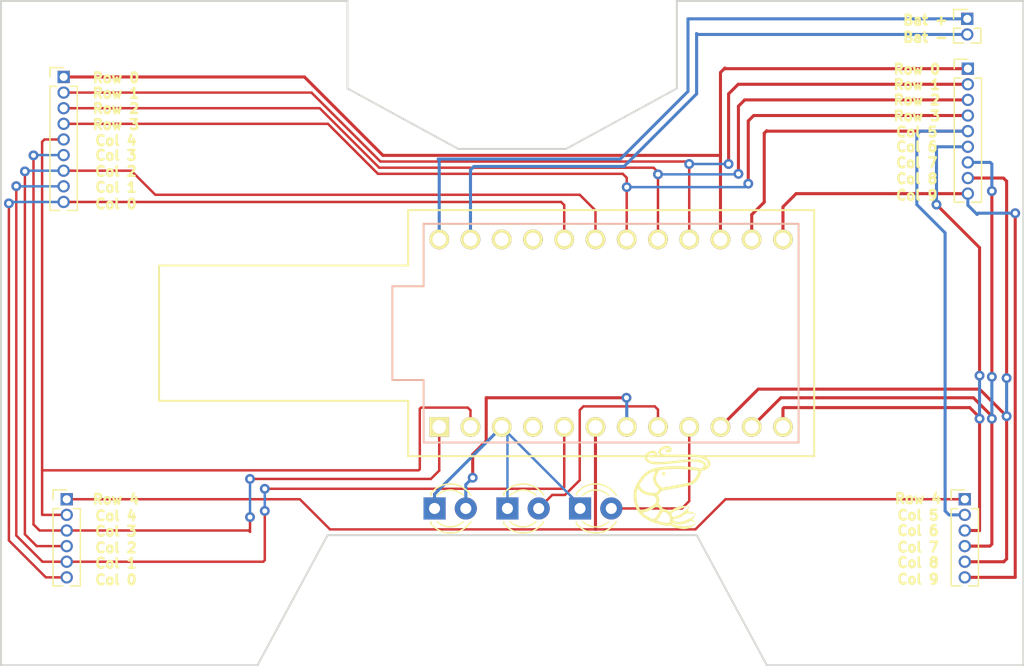
<source format=kicad_pcb>
(kicad_pcb (version 20240108) (generator "pcbnew") (generator_version "8.0")
  (layers (0 "F.Cu" signal) (31 "B.Cu" signal) (34 "B.Paste" user) (35 "F.Paste" user) (36 "B.SilkS" user "B.Silkscreen") (37 "F.SilkS" user "F.Silkscreen") (38 "B.Mask" user) (39 "F.Mask" user) (44 "Edge.Cuts" user))
  (net 0 "")
  (footprint "Connector_PinHeader_1.27mm:PinHeader_1x09_P1.27mm_Vertical" (layer "F.Cu") (at 181.75 81.25)
    (property "Reference" "REF**" (hide yes))
    (property "Value" "PinHeader_1x09_P1.27mm_Vertical" (hide yes))
    (pad "1" thru_hole rect (at 0 0) (size 1 1) (drill 0.65) (layers "*.Cu" "*.Mask"))
    (pad "2" thru_hole oval (at 0 1.27) (size 1 1) (drill 0.65) (layers "*.Cu" "*.Mask"))
    (pad "3" thru_hole oval (at 0 2.54) (size 1 1) (drill 0.65) (layers "*.Cu" "*.Mask"))
    (pad "4" thru_hole oval (at 0 3.81) (size 1 1) (drill 0.65) (layers "*.Cu" "*.Mask"))
    (pad "5" thru_hole oval (at 0 5.08) (size 1 1) (drill 0.65) (layers "*.Cu" "*.Mask"))
    (pad "6" thru_hole oval (at 0 6.35) (size 1 1) (drill 0.65) (layers "*.Cu" "*.Mask"))
    (pad "7" thru_hole oval (at 0 7.62) (size 1 1) (drill 0.65) (layers "*.Cu" "*.Mask"))
    (pad "8" thru_hole oval (at 0 8.89) (size 1 1) (drill 0.65) (layers "*.Cu" "*.Mask"))
    (pad "9" thru_hole oval (at 0 10.16) (size 1 1) (drill 0.65) (layers "*.Cu" "*.Mask"))
  )
  (footprint "prawn:prawn_logo_inverted_10mm" (layer "F.Cu") (at 157.7 115.3)
    (property "Reference" "G***" (hide yes))
    (property "Value" "LOGO" (hide yes))
  )
  (footprint "SW_KEYBOARD:ProMicro" (layer "F.Cu") (at 152.75 102.75)
    (property "Reference" "REF**" (hide yes))
    (property "Value" "ProMicro" (hide yes))
    (pad "1" thru_hole rect (at -13.97 7.62) (size 1.6 1.6) (drill 1.1) (layers "*.Cu" "*.Mask" "F.SilkS"))
    (pad "2" thru_hole circle (at -11.43 7.62) (size 1.6 1.6) (drill 1.1) (layers "*.Cu" "*.Mask" "F.SilkS"))
    (pad "3" thru_hole circle (at -8.89 7.62) (size 1.6 1.6) (drill 1.1) (layers "*.Cu" "*.Mask" "F.SilkS"))
    (pad "4" thru_hole circle (at -6.35 7.62) (size 1.6 1.6) (drill 1.1) (layers "*.Cu" "*.Mask" "F.SilkS"))
    (pad "5" thru_hole circle (at -3.81 7.62) (size 1.6 1.6) (drill 1.1) (layers "*.Cu" "*.Mask" "F.SilkS"))
    (pad "6" thru_hole circle (at -1.27 7.62) (size 1.6 1.6) (drill 1.1) (layers "*.Cu" "*.Mask" "F.SilkS"))
    (pad "7" thru_hole circle (at 1.27 7.62) (size 1.6 1.6) (drill 1.1) (layers "*.Cu" "*.Mask" "F.SilkS"))
    (pad "8" thru_hole circle (at 3.81 7.62) (size 1.6 1.6) (drill 1.1) (layers "*.Cu" "*.Mask" "F.SilkS"))
    (pad "9" thru_hole circle (at 6.35 7.62) (size 1.6 1.6) (drill 1.1) (layers "*.Cu" "*.Mask" "F.SilkS"))
    (pad "10" thru_hole circle (at 8.89 7.62) (size 1.6 1.6) (drill 1.1) (layers "*.Cu" "*.Mask" "F.SilkS"))
    (pad "11" thru_hole circle (at 11.43 7.62) (size 1.6 1.6) (drill 1.1) (layers "*.Cu" "*.Mask" "F.SilkS"))
    (pad "12" thru_hole circle (at 13.97 7.62) (size 1.6 1.6) (drill 1.1) (layers "*.Cu" "*.Mask" "F.SilkS"))
    (pad "13" thru_hole circle (at 13.97 -7.62) (size 1.6 1.6) (drill 1.1) (layers "*.Cu" "*.Mask" "F.SilkS"))
    (pad "14" thru_hole circle (at 11.43 -7.62) (size 1.6 1.6) (drill 1.1) (layers "*.Cu" "*.Mask" "F.SilkS"))
    (pad "15" thru_hole circle (at 8.89 -7.62) (size 1.6 1.6) (drill 1.1) (layers "*.Cu" "*.Mask" "F.SilkS"))
    (pad "16" thru_hole circle (at 6.35 -7.62) (size 1.6 1.6) (drill 1.1) (layers "*.Cu" "*.Mask" "F.SilkS"))
    (pad "17" thru_hole circle (at 3.81 -7.62) (size 1.6 1.6) (drill 1.1) (layers "*.Cu" "*.Mask" "F.SilkS"))
    (pad "18" thru_hole circle (at 1.27 -7.62) (size 1.6 1.6) (drill 1.1) (layers "*.Cu" "*.Mask" "F.SilkS"))
    (pad "19" thru_hole circle (at -1.27 -7.62) (size 1.6 1.6) (drill 1.1) (layers "*.Cu" "*.Mask" "F.SilkS"))
    (pad "20" thru_hole circle (at -3.81 -7.62) (size 1.6 1.6) (drill 1.1) (layers "*.Cu" "*.Mask" "F.SilkS"))
    (pad "21" thru_hole circle (at -6.35 -7.62) (size 1.6 1.6) (drill 1.1) (layers "*.Cu" "*.Mask" "F.SilkS"))
    (pad "22" thru_hole circle (at -8.89 -7.62) (size 1.6 1.6) (drill 1.1) (layers "*.Cu" "*.Mask" "F.SilkS"))
    (pad "23" thru_hole circle (at -11.43 -7.62) (size 1.6 1.6) (drill 1.1) (layers "*.Cu" "*.Mask" "F.SilkS"))
    (pad "24" thru_hole circle (at -13.97 -7.62) (size 1.6 1.6) (drill 1.1) (layers "*.Cu" "*.Mask" "F.SilkS"))
  )
  (footprint "LED_THT:LED_D3.0mm" (layer "F.Cu") (at 138.4 117)
    (property "Reference" "REF**" (hide yes))
    (property "Value" "LED_D3.0mm" (hide yes))
    (pad "1" thru_hole rect (at 0 0) (size 1.8 1.8) (drill 0.9) (layers "*.Cu" "*.Mask"))
    (pad "2" thru_hole circle (at 2.54 0) (size 1.8 1.8) (drill 0.9) (layers "*.Cu" "*.Mask"))
  )
  (footprint "Connector_PinHeader_1.27mm:PinHeader_1x06_P1.27mm_Vertical" (layer "F.Cu") (at 181.5 116.25)
    (property "Reference" "REF**" (hide yes))
    (property "Value" "PinHeader_1x06_P1.27mm_Vertical" (hide yes))
    (pad "1" thru_hole rect (at 0 0) (size 1 1) (drill 0.65) (layers "*.Cu" "*.Mask"))
    (pad "2" thru_hole oval (at 0 1.27) (size 1 1) (drill 0.65) (layers "*.Cu" "*.Mask"))
    (pad "3" thru_hole oval (at 0 2.54) (size 1 1) (drill 0.65) (layers "*.Cu" "*.Mask"))
    (pad "4" thru_hole oval (at 0 3.81) (size 1 1) (drill 0.65) (layers "*.Cu" "*.Mask"))
    (pad "5" thru_hole oval (at 0 5.08) (size 1 1) (drill 0.65) (layers "*.Cu" "*.Mask"))
    (pad "6" thru_hole oval (at 0 6.35) (size 1 1) (drill 0.65) (layers "*.Cu" "*.Mask"))
  )
  (footprint "Connector_PinHeader_1.27mm:PinHeader_1x06_P1.27mm_Vertical" (layer "F.Cu") (at 108.5 116.25)
    (property "Reference" "REF**" (hide yes))
    (property "Value" "PinHeader_1x06_P1.27mm_Vertical" (hide yes))
    (pad "1" thru_hole rect (at 0 0) (size 1 1) (drill 0.65) (layers "*.Cu" "*.Mask"))
    (pad "2" thru_hole oval (at 0 1.27) (size 1 1) (drill 0.65) (layers "*.Cu" "*.Mask"))
    (pad "3" thru_hole oval (at 0 2.54) (size 1 1) (drill 0.65) (layers "*.Cu" "*.Mask"))
    (pad "4" thru_hole oval (at 0 3.81) (size 1 1) (drill 0.65) (layers "*.Cu" "*.Mask"))
    (pad "5" thru_hole oval (at 0 5.08) (size 1 1) (drill 0.65) (layers "*.Cu" "*.Mask"))
    (pad "6" thru_hole oval (at 0 6.35) (size 1 1) (drill 0.65) (layers "*.Cu" "*.Mask"))
  )
  (footprint "Connector_PinHeader_1.27mm:PinHeader_1x02_P1.27mm_Vertical" (layer "F.Cu") (at 181.7 77.2)
    (property "Reference" "REF**" (hide yes))
    (property "Value" "PinHeader_1x02_P1.27mm_Vertical" (hide yes))
    (pad "1" thru_hole rect (at 0 0) (size 1 1) (drill 0.65) (layers "*.Cu" "*.Mask"))
    (pad "2" thru_hole oval (at 0 1.27) (size 1 1) (drill 0.65) (layers "*.Cu" "*.Mask"))
  )
  (footprint "LED_THT:LED_D3.0mm" (layer "F.Cu") (at 150.225 117)
    (property "Reference" "REF**" (hide yes))
    (property "Value" "LED_D3.0mm" (hide yes))
    (pad "1" thru_hole rect (at 0 0) (size 1.8 1.8) (drill 0.9) (layers "*.Cu" "*.Mask"))
    (pad "2" thru_hole circle (at 2.54 0) (size 1.8 1.8) (drill 0.9) (layers "*.Cu" "*.Mask"))
  )
  (footprint "LED_THT:LED_D3.0mm" (layer "F.Cu") (at 144.325 117)
    (property "Reference" "REF**" (hide yes))
    (property "Value" "LED_D3.0mm" (hide yes))
    (pad "1" thru_hole rect (at 0 0) (size 1.8 1.8) (drill 0.9) (layers "*.Cu" "*.Mask"))
    (pad "2" thru_hole circle (at 2.54 0) (size 1.8 1.8) (drill 0.9) (layers "*.Cu" "*.Mask"))
  )
  (footprint "Connector_PinHeader_1.27mm:PinHeader_1x09_P1.27mm_Vertical" (layer "F.Cu") (at 108.25 81.925)
    (property "Reference" "REF**" (hide yes))
    (property "Value" "PinHeader_1x09_P1.27mm_Vertical" (hide yes))
    (pad "1" thru_hole rect (at 0 0) (size 1 1) (drill 0.65) (layers "*.Cu" "*.Mask"))
    (pad "2" thru_hole oval (at 0 1.27) (size 1 1) (drill 0.65) (layers "*.Cu" "*.Mask"))
    (pad "3" thru_hole oval (at 0 2.54) (size 1 1) (drill 0.65) (layers "*.Cu" "*.Mask"))
    (pad "4" thru_hole oval (at 0 3.81) (size 1 1) (drill 0.65) (layers "*.Cu" "*.Mask"))
    (pad "5" thru_hole oval (at 0 5.08) (size 1 1) (drill 0.65) (layers "*.Cu" "*.Mask"))
    (pad "6" thru_hole oval (at 0 6.35) (size 1 1) (drill 0.65) (layers "*.Cu" "*.Mask"))
    (pad "7" thru_hole oval (at 0 7.62) (size 1 1) (drill 0.65) (layers "*.Cu" "*.Mask"))
    (pad "8" thru_hole oval (at 0 8.89) (size 1 1) (drill 0.65) (layers "*.Cu" "*.Mask"))
    (pad "9" thru_hole oval (at 0 10.16) (size 1 1) (drill 0.65) (layers "*.Cu" "*.Mask"))
  )
  (gr_line (start 136.256793 112.749954) (end 136.256819 108.249557) (stroke (width 0.16)) (layer "F.SilkS"))
  (gr_line (start 116.006847 108.249557) (end 136.256819 108.249557) (stroke (width 0.16)) (layer "F.SilkS"))
  (gr_line (start 169.256793 112.749954) (end 169.256793 92.749954) (stroke (width 0.16)) (layer "F.SilkS"))
  (gr_line (start 169.256793 92.749954) (end 136.256793 92.749954) (stroke (width 0.16)) (layer "F.SilkS"))
  (gr_line (start 116.006847 108.249557) (end 116.006847 97.249557) (stroke (width 0.16)) (layer "F.SilkS"))
  (gr_line (start 136.256793 97.249557) (end 136.256793 92.749954) (stroke (width 0.16)) (layer "F.SilkS"))
  (gr_line (start 136.256793 112.749954) (end 169.256793 112.749954) (stroke (width 0.16)) (layer "F.SilkS"))
  (gr_line (start 116.006847 97.249557) (end 136.256793 97.249557) (stroke (width 0.16)) (layer "F.SilkS"))
  (gr_line (start 165.413154 129.749123) (end 159.706847 119.170876) (stroke (width 0.16)) (layer "Edge.Cuts"))
  (gr_line (start 140.319497 87.770876) (end 149.094197 87.770876) (stroke (width 0.16)) (layer "Edge.Cuts"))
  (gr_line (start 158.093791 82.859279) (end 158.093791 75.749123) (stroke (width 0.16)) (layer "Edge.Cuts"))
  (gr_line (start 129.706847 119.170876) (end 124.00054 129.749123) (stroke (width 0.16)) (layer "Edge.Cuts"))
  (gr_line (start 124.00054 129.749123) (end 103.156847 129.749123) (stroke (width 0.16)) (layer "Edge.Cuts"))
  (gr_line (start 131.319903 75.749123) (end 103.156847 75.749123) (stroke (width 0.16)) (layer "Edge.Cuts"))
  (gr_line (start 131.319903 82.859279) (end 140.319497 87.770876) (stroke (width 0.16)) (layer "Edge.Cuts"))
  (gr_line (start 186.256847 129.749123) (end 165.413154 129.749123) (stroke (width 0.16)) (layer "Edge.Cuts"))
  (gr_line (start 158.093791 75.749123) (end 186.256847 75.749123) (stroke (width 0.16)) (layer "Edge.Cuts"))
  (gr_line (start 186.256847 75.749123) (end 186.256847 129.749123) (stroke (width 0.16)) (layer "Edge.Cuts"))
  (gr_line (start 149.094197 87.770876) (end 158.093791 82.859279) (stroke (width 0.16)) (layer "Edge.Cuts"))
  (gr_line (start 159.706847 119.170876) (end 129.706847 119.170876) (stroke (width 0.16)) (layer "Edge.Cuts"))
  (gr_line (start 131.319903 82.859279) (end 131.319903 75.749123) (stroke (width 0.16)) (layer "Edge.Cuts"))
  (gr_line (start 103.156847 129.749123) (end 103.156847 75.749123) (stroke (width 0.16)) (layer "Edge.Cuts"))
  (gr_text "Col 1" (at 112.5 121.45 0) (layer "F.SilkS") (effects (font (size 0.8 0.8) (thickness 0.2))))
  (gr_text "Col 4\n" (at 112.5 87.1 0) (layer "F.SilkS") (effects (font (size 0.8 0.8) (thickness 0.2))))
  (gr_text "Col 4" (at 112.5 117.6 0) (layer "F.SilkS") (effects (font (size 0.8 0.8) (thickness 0.2))))
  (gr_text "Row 2" (at 177.6 83.8 0) (layer "F.SilkS") (effects (font (size 0.8 0.8) (thickness 0.2))))
  (gr_text "Col 2" (at 112.5 89.6 0) (layer "F.SilkS") (effects (font (size 0.8 0.8) (thickness 0.2))))
  (gr_text "Col 8" (at 177.6 90.2 0) (layer "F.SilkS") (effects (font (size 0.8 0.8) (thickness 0.2))))
  (gr_text "Row 1" (at 177.6 82.55 0) (layer "F.SilkS") (effects (font (size 0.8 0.8) (thickness 0.2))))
  (gr_text "Row 2" (at 112.5 84.5 0) (layer "F.SilkS") (effects (font (size 0.8 0.8) (thickness 0.2))))
  (gr_text "Row 3" (at 177.6 85.1 0) (layer "F.SilkS") (effects (font (size 0.8 0.8) (thickness 0.2))))
  (gr_text "Row 0" (at 112.5 82 0) (layer "F.SilkS") (effects (font (size 0.8 0.8) (thickness 0.2))))
  (gr_text "Row 4" (at 112.5 116.25 0) (layer "F.SilkS") (effects (font (size 0.8 0.8) (thickness 0.2))))
  (gr_text "Col 3" (at 112.5 88.3 0) (layer "F.SilkS") (effects (font (size 0.8 0.8) (thickness 0.2))))
  (gr_text "Row 0" (at 177.6 81.3 0) (layer "F.SilkS") (effects (font (size 0.8 0.8) (thickness 0.2))))
  (gr_text "Col 7" (at 177.7 120.15 0) (layer "F.SilkS") (effects (font (size 0.8 0.8) (thickness 0.2))))
  (gr_text "Col 5\n" (at 177.6 86.4 0) (layer "F.SilkS") (effects (font (size 0.8 0.8) (thickness 0.2))))
  (gr_text "Col 0" (at 112.5 122.8 0) (layer "F.SilkS") (effects (font (size 0.8 0.8) (thickness 0.2))))
  (gr_text "Col 6" (at 177.7 118.8 0) (layer "F.SilkS") (effects (font (size 0.8 0.8) (thickness 0.2))))
  (gr_text "Col 7" (at 177.6 88.9 0) (layer "F.SilkS") (effects (font (size 0.8 0.8) (thickness 0.2))))
  (gr_text "Row 3" (at 112.5 85.8 0) (layer "F.SilkS") (effects (font (size 0.8 0.8) (thickness 0.2))))
  (gr_text "Col 1" (at 112.5 90.9 0) (layer "F.SilkS") (effects (font (size 0.8 0.8) (thickness 0.2))))
  (gr_text "Col 8" (at 177.7 121.4 0) (layer "F.SilkS") (effects (font (size 0.8 0.8) (thickness 0.2))))
  (gr_text "Bat +" (at 178.3 77.3 0) (layer "F.SilkS") (effects (font (size 0.8 0.8) (thickness 0.2))))
  (gr_text "Col 5" (at 177.7 117.55 0) (layer "F.SilkS") (effects (font (size 0.8 0.8) (thickness 0.2))))
  (gr_text "Bat -" (at 178.3 78.7 0) (layer "F.SilkS") (effects (font (size 0.8 0.8) (thickness 0.2))))
  (gr_text "Row 1" (at 112.5 83.25 0) (layer "F.SilkS") (effects (font (size 0.8 0.8) (thickness 0.2))))
  (gr_text "Col 0" (at 112.5 92.25 0) (layer "F.SilkS") (effects (font (size 0.8 0.8) (thickness 0.2))))
  (gr_text "Col 6" (at 177.6 87.6 0) (layer "F.SilkS") (effects (font (size 0.8 0.8) (thickness 0.2))))
  (gr_text "Col 9" (at 177.6 91.55 0) (layer "F.SilkS") (effects (font (size 0.8 0.8) (thickness 0.2))))
  (gr_text "Col 9" (at 177.7 122.75 0) (layer "F.SilkS") (effects (font (size 0.8 0.8) (thickness 0.2))))
  (gr_text "Row 4" (at 177.7 116.2 0) (layer "F.SilkS") (effects (font (size 0.8 0.8) (thickness 0.2))))
  (gr_text "Col 3" (at 112.5 118.85 0) (layer "F.SilkS") (effects (font (size 0.8 0.8) (thickness 0.2))))
  (gr_text "Col 2" (at 112.5 120.2 0) (layer "F.SilkS") (effects (font (size 0.8 0.8) (thickness 0.2))))
  (segment (start 106.53 121.33) (end 104.5 119.3) (width 0.2) (layer "F.Cu") (net 0))
  (segment (start 127.825 81.925) (end 108.25 81.925) (width 0.25) (layer "F.Cu") (net 0))
  (segment (start 108.5 117.52) (end 106.52 117.52) (width 0.2) (layer "F.Cu") (net 0))
  (segment (start 141.1 108.8) (end 141.32 109.02) (width 0.2) (layer "F.Cu") (net 0))
  (segment (start 150.2 109) (end 150.5 108.7) (width 0.2) (layer "F.Cu") (net 0))
  (segment (start 108.5 121.33) (end 106.53 121.33) (width 0.2) (layer "F.Cu") (net 0))
  (segment (start 141.32 109.02) (end 141.32 110.37) (width 0.2) (layer "F.Cu") (net 0))
  (segment (start 150.2 91.5) (end 151.48 92.78) (width 0.2) (layer "F.Cu") (net 0))
  (segment (start 106.29 118.79) (end 106.2 118.7) (width 0.2) (layer "F.Cu") (net 0))
  (segment (start 181.75 82.52) (end 163.08 82.52) (width 0.25) (layer "F.Cu") (net 0))
  (segment (start 183.7 109.5) (end 183.7 109.7) (width 0.25) (layer "F.Cu") (net 0))
  (segment (start 183.7 119.9) (end 183.54 120.06) (width 0.25) (layer "F.Cu") (net 0))
  (segment (start 182.69 118.79) (end 182.7 118.8) (width 0.25) (layer "F.Cu") (net 0))
  (segment (start 134.2 88.3) (end 127.825 81.925) (width 0.25) (layer "F.Cu") (net 0))
  (segment (start 137.1 113.9) (end 137.2 113.8) (width 0.2) (layer "F.Cu") (net 0))
  (segment (start 166.72 92.48) (end 166.72 95.13) (width 0.25) (layer "F.Cu") (net 0))
  (segment (start 164.34 85.06) (end 163.9 85.5) (width 0.25) (layer "F.Cu") (net 0))
  (segment (start 148.8 115.4) (end 148.94 115.26) (width 0.2) (layer "F.Cu") (net 0))
  (segment (start 181.75 81.25) (end 162.05 81.25) (width 0.25) (layer "F.Cu") (net 0))
  (segment (start 184.9 109.5) (end 184.9 121.1) (width 0.25) (layer "F.Cu") (net 0))
  (segment (start 161.64 88.34) (end 161.6 88.3) (width 0.25) (layer "F.Cu") (net 0))
  (segment (start 137.3 108.8) (end 141.1 108.8) (width 0.2) (layer "F.Cu") (net 0))
  (segment (start 148.685 92.085) (end 148.94 92.34) (width 0.2) (layer "F.Cu") (net 0))
  (segment (start 162.05 81.25) (end 162 81.2) (width 0.25) (layer "F.Cu") (net 0))
  (segment (start 129.065 84.465) (end 133.9 89.3) (width 0.2) (layer "F.Cu") (net 0))
  (segment (start 105.4 119.4) (end 105.1 119.1) (width 0.2) (layer "F.Cu") (net 0))
  (segment (start 104.5 119.3) (end 104.4 119.2) (width 0.2) (layer "F.Cu") (net 0))
  (segment (start 106.8 122.6) (end 103.8 119.6) (width 0.2) (layer "F.Cu") (net 0))
  (segment (start 165.43 86.33) (end 165.4 86.3) (width 0.25) (layer "F.Cu") (net 0))
  (segment (start 162.3 83.3) (end 162.3 89) (width 0.25) (layer "F.Cu") (net 0))
  (segment (start 108.25 85.735) (end 129.735 85.735) (width 0.2) (layer "F.Cu") (net 0))
  (segment (start 148.94 92.34) (end 148.94 95.13) (width 0.2) (layer "F.Cu") (net 0))
  (segment (start 138.1 114.6) (end 138.78 113.92) (width 0.2) (layer "F.Cu") (net 0))
  (segment (start 137.2 113.8) (end 137.2 108.9) (width 0.2) (layer "F.Cu") (net 0))
  (segment (start 167.79 91.41) (end 166.72 92.48) (width 0.25) (layer "F.Cu") (net 0))
  (segment (start 123.29 118.79) (end 123.4 118.9) (width 0.2) (layer "F.Cu") (net 0))
  (segment (start 161.64 110.37) (end 164.71 107.3) (width 0.25) (layer "F.Cu") (net 0))
  (segment (start 184.9 121.1) (end 184.67 121.33) (width 0.25) (layer "F.Cu") (net 0))
  (segment (start 129.735 85.735) (end 133.8 89.8) (width 0.2) (layer "F.Cu") (net 0))
  (segment (start 181.5 118.79) (end 182.69 118.79) (width 0.25) (layer "F.Cu") (net 0))
  (segment (start 166.72 108.88) (end 166.72 110.37) (width 0.25) (layer "F.Cu") (net 0))
  (segment (start 182.7 106.2) (end 182.7 95.8) (width 0.25) (layer "F.Cu") (net 0))
  (segment (start 182.7 95.8) (end 179.2 92.3) (width 0.25) (layer "F.Cu") (net 0))
  (segment (start 127.45 116.25) (end 129.9 118.7) (width 0.2) (layer "F.Cu") (net 0))
  (segment (start 106.52 117.52) (end 106.5 117.5) (width 0.2) (layer "F.Cu") (net 0))
  (segment (start 182.7 118.8) (end 182.7 109.7) (width 0.25) (layer "F.Cu") (net 0))
  (segment (start 166.55 108) (end 182.2 108) (width 0.25) (layer "F.Cu") (net 0))
  (segment (start 159.1 89) (end 159.1 95.13) (width 0.2) (layer "F.Cu") (net 0))
  (segment (start 113.745 89.545) (end 115.7 91.5) (width 0.2) (layer "F.Cu") (net 0))
  (segment (start 138.78 113.92) (end 138.78 110.37) (width 0.2) (layer "F.Cu") (net 0))
  (segment (start 124.6 115.4) (end 148.8 115.4) (width 0.2) (layer "F.Cu") (net 0))
  (segment (start 108.5 122.6) (end 106.8 122.6) (width 0.2) (layer "F.Cu") (net 0))
  (segment (start 106.06 120.06) (end 105.4 119.4) (width 0.2) (layer "F.Cu") (net 0))
  (segment (start 163.1 84.3) (end 163.1 89.8) (width 0.25) (layer "F.Cu") (net 0))
  (segment (start 133.9 89.3) (end 156.2 89.3) (width 0.2) (layer "F.Cu") (net 0))
  (segment (start 134 88.8) (end 158.9 88.8) (width 0.2) (layer "F.Cu") (net 0))
  (segment (start 164.71 107.3) (end 182.7 107.3) (width 0.25) (layer "F.Cu") (net 0))
  (segment (start 104.4 119.2) (end 104.4 90.8) (width 0.2) (layer "F.Cu") (net 0))
  (segment (start 182.7 109.6) (end 181.9 108.8) (width 0.25) (layer "F.Cu") (net 0))
  (segment (start 141.5 114.5) (end 141.5 112.6) (width 0.25) (layer "F.Cu") (net 0))
  (segment (start 133.8 89.8) (end 153.7 89.8) (width 0.2) (layer "F.Cu") (net 0))
  (segment (start 165.2 86.5) (end 165.2 92.1) (width 0.25) (layer "F.Cu") (net 0))
  (segment (start 154.02 90.88) (end 154.02 95.13) (width 0.2) (layer "F.Cu") (net 0))
  (segment (start 150.2 114.7) (end 150.2 109) (width 0.2) (layer "F.Cu") (net 0))
  (segment (start 129.9 118.7) (end 151.5 118.7) (width 0.2) (layer "F.Cu") (net 0))
  (segment (start 108.5 116.25) (end 127.45 116.25) (width 0.2) (layer "F.Cu") (net 0))
  (segment (start 106.5 117.5) (end 106.5 113.9) (width 0.2) (layer "F.Cu") (net 0))
  (segment (start 108.25 89.545) (end 113.745 89.545) (width 0.2) (layer "F.Cu") (net 0))
  (segment (start 137.2 108.9) (end 137.3 108.8) (width 0.2) (layer "F.Cu") (net 0))
  (segment (start 182.7 109.7) (end 182.7 109.6) (width 0.25) (layer "F.Cu") (net 0))
  (segment (start 162.05 116.25) (end 181.5 116.25) (width 0.2) (layer "F.Cu") (net 0))
  (segment (start 151.48 118.68) (end 151.5 118.7) (width 0.25) (layer "F.Cu") (net 0))
  (segment (start 123.4 114.6) (end 138.1 114.6) (width 0.2) (layer "F.Cu") (net 0))
  (segment (start 158.5 117) (end 159.1 116.4) (width 0.2) (layer "F.Cu") (net 0))
  (segment (start 184.67 121.33) (end 181.5 121.33) (width 0.25) (layer "F.Cu") (net 0))
  (segment (start 106.5 87.2) (end 106.695 87.005) (width 0.2) (layer "F.Cu") (net 0))
  (segment (start 181.75 86.33) (end 165.43 86.33) (width 0.25) (layer "F.Cu") (net 0))
  (segment (start 154.02 90.12) (end 154.02 90.88) (width 0.2) (layer "F.Cu") (net 0))
  (segment (start 181.75 85.06) (end 164.34 85.06) (width 0.25) (layer "F.Cu") (net 0))
  (segment (start 165.2 92.1) (end 164.18 93.12) (width 0.25) (layer "F.Cu") (net 0))
  (segment (start 141.5 112.6) (end 142.6 111.5) (width 0.25) (layer "F.Cu") (net 0))
  (segment (start 153.7 89.8) (end 154.02 90.12) (width 0.2) (layer "F.Cu") (net 0))
  (segment (start 115.7 91.5) (end 150.2 91.5) (width 0.2) (layer "F.Cu") (net 0))
  (segment (start 106.695 87.005) (end 108.25 87.005) (width 0.2) (layer "F.Cu") (net 0))
  (segment (start 142.6 108) (end 154 108) (width 0.25) (layer "F.Cu") (net 0))
  (segment (start 163.61 83.79) (end 163.1 84.3) (width 0.25) (layer "F.Cu") (net 0))
  (segment (start 184.64 90.14) (end 181.75 90.14) (width 0.25) (layer "F.Cu") (net 0))
  (segment (start 156.56 108.96) (end 156.56 110.37) (width 0.2) (layer "F.Cu") (net 0))
  (segment (start 108.5 120.06) (end 106.06 120.06) (width 0.2) (layer "F.Cu") (net 0))
  (segment (start 108.25 83.195) (end 128.395 83.195) (width 0.2) (layer "F.Cu") (net 0))
  (segment (start 108.5 121.33) (end 124.47 121.33) (width 0.2) (layer "F.Cu") (net 0))
  (segment (start 183.54 120.06) (end 181.5 120.06) (width 0.25) (layer "F.Cu") (net 0))
  (segment (start 150.5 108.7) (end 156.3 108.7) (width 0.2) (layer "F.Cu") (net 0))
  (segment (start 182.2 108) (end 183.7 109.5) (width 0.25) (layer "F.Cu") (net 0))
  (segment (start 148.94 115.26) (end 148.94 110.37) (width 0.2) (layer "F.Cu") (net 0))
  (segment (start 184.9 90.4) (end 184.64 90.14) (width 0.25) (layer "F.Cu") (net 0))
  (segment (start 149 115.9) (end 150.2 114.7) (width 0.2) (layer "F.Cu") (net 0))
  (segment (start 159.6 118.7) (end 162.05 116.25) (width 0.2) (layer "F.Cu") (net 0))
  (segment (start 108.5 118.79) (end 123.29 118.79) (width 0.2) (layer "F.Cu") (net 0))
  (segment (start 184.9 106.4) (end 184.9 90.4) (width 0.25) (layer "F.Cu") (net 0))
  (segment (start 106.2 118.7) (end 105.8 118.3) (width 0.2) (layer "F.Cu") (net 0))
  (segment (start 103.8 119.6) (end 103.8 92.2) (width 0.2) (layer "F.Cu") (net 0))
  (segment (start 183.7 106.3) (end 183.7 91.2) (width 0.25) (layer "F.Cu") (net 0))
  (segment (start 105.8 118.3) (end 105.8 88.3) (width 0.2) (layer "F.Cu") (net 0))
  (segment (start 152.765 117) (end 158.5 117) (width 0.2) (layer "F.Cu") (net 0))
  (segment (start 159.1 116.4) (end 159.1 110.37) (width 0.2) (layer "F.Cu") (net 0))
  (segment (start 156.3 108.7) (end 156.56 108.96) (width 0.2) (layer "F.Cu") (net 0))
  (segment (start 128.395 83.195) (end 134 88.8) (width 0.2) (layer "F.Cu") (net 0))
  (segment (start 181.5 122.6) (end 185.6 122.6) (width 0.25) (layer "F.Cu") (net 0))
  (segment (start 156.56 89.84) (end 156.56 95.13) (width 0.2) (layer "F.Cu") (net 0))
  (segment (start 156.56 89.66) (end 156.56 89.84) (width 0.2) (layer "F.Cu") (net 0))
  (segment (start 105.1 119.1) (end 105.1 89.6) (width 0.2) (layer "F.Cu") (net 0))
  (segment (start 163.9 85.5) (end 163.9 90.6) (width 0.25) (layer "F.Cu") (net 0))
  (segment (start 161.64 81.56) (end 161.64 88.34) (width 0.25) (layer "F.Cu") (net 0))
  (segment (start 123.4 118.9) (end 123.4 117.7) (width 0.2) (layer "F.Cu") (net 0))
  (segment (start 142.6 111.5) (end 142.6 108) (width 0.25) (layer "F.Cu") (net 0))
  (segment (start 183.7 109.7) (end 183.7 119.9) (width 0.25) (layer "F.Cu") (net 0))
  (segment (start 166.8 108.8) (end 166.72 108.88) (width 0.25) (layer "F.Cu") (net 0))
  (segment (start 108.5 118.79) (end 106.29 118.79) (width 0.2) (layer "F.Cu") (net 0))
  (segment (start 164.18 110.37) (end 166.55 108) (width 0.25) (layer "F.Cu") (net 0))
  (segment (start 108.25 84.465) (end 129.065 84.465) (width 0.2) (layer "F.Cu") (net 0))
  (segment (start 182.7 107.3) (end 184.9 109.5) (width 0.25) (layer "F.Cu") (net 0))
  (segment (start 162 81.2) (end 161.64 81.56) (width 0.25) (layer "F.Cu") (net 0))
  (segment (start 147.965 115.9) (end 149 115.9) (width 0.2) (layer "F.Cu") (net 0))
  (segment (start 181.75 83.79) (end 163.61 83.79) (width 0.25) (layer "F.Cu") (net 0))
  (segment (start 161.64 95.13) (end 161.64 88.34) (width 0.25) (layer "F.Cu") (net 0))
  (segment (start 164.18 93.12) (end 164.18 95.13) (width 0.25) (layer "F.Cu") (net 0))
  (segment (start 158.9 88.8) (end 159.1 89) (width 0.2) (layer "F.Cu") (net 0))
  (segment (start 165.4 86.3) (end 165.2 86.5) (width 0.25) (layer "F.Cu") (net 0))
  (segment (start 151.48 92.78) (end 151.48 95.13) (width 0.2) (layer "F.Cu") (net 0))
  (segment (start 106.5 113.9) (end 106.5 87.2) (width 0.2) (layer "F.Cu") (net 0))
  (segment (start 181.75 91.41) (end 167.79 91.41) (width 0.25) (layer "F.Cu") (net 0))
  (segment (start 124.47 121.33) (end 124.6 121.2) (width 0.2) (layer "F.Cu") (net 0))
  (segment (start 151.5 118.7) (end 159.6 118.7) (width 0.2) (layer "F.Cu") (net 0))
  (segment (start 151.48 110.37) (end 151.48 118.68) (width 0.25) (layer "F.Cu") (net 0))
  (segment (start 163.08 82.52) (end 162.3 83.3) (width 0.25) (layer "F.Cu") (net 0))
  (segment (start 156.2 89.3) (end 156.56 89.66) (width 0.2) (layer "F.Cu") (net 0))
  (segment (start 106.5 113.9) (end 137.1 113.9) (width 0.2) (layer "F.Cu") (net 0))
  (segment (start 161.6 88.3) (end 134.2 88.3) (width 0.25) (layer "F.Cu") (net 0))
  (segment (start 108.25 92.085) (end 148.685 92.085) (width 0.2) (layer "F.Cu") (net 0))
  (segment (start 124.6 121.2) (end 124.6 117.2) (width 0.2) (layer "F.Cu") (net 0))
  (segment (start 185.6 122.6) (end 185.6 93) (width 0.25) (layer "F.Cu") (net 0))
  (segment (start 181.9 108.8) (end 166.8 108.8) (width 0.25) (layer "F.Cu") (net 0))
  (segment (start 146.865 117) (end 147.965 115.9) (width 0.2) (layer "F.Cu") (net 0))
  (via (at 184.9 109.5) (size 0.8) (drill 0.4) (layers "F.Cu" "B.Cu") (net 0))
  (via (at 103.8 92.2) (size 0.8) (drill 0.4) (layers "F.Cu" "B.Cu") (net 0))
  (via (at 182.7 109.7) (size 0.8) (drill 0.4) (layers "F.Cu" "B.Cu") (net 0))
  (via (at 105.1 89.6) (size 0.8) (drill 0.4) (layers "F.Cu" "B.Cu") (net 0))
  (via (at 163.9 90.6) (size 0.8) (drill 0.4) (layers "F.Cu" "B.Cu") (net 0))
  (via (at 124.6 115.4) (size 0.8) (drill 0.4) (layers "F.Cu" "B.Cu") (net 0))
  (via (at 183.7 106.3) (size 0.8) (drill 0.4) (layers "F.Cu" "B.Cu") (net 0))
  (via (at 123.4 114.6) (size 0.8) (drill 0.4) (layers "F.Cu" "B.Cu") (net 0))
  (via (at 183.7 109.7) (size 0.8) (drill 0.4) (layers "F.Cu" "B.Cu") (net 0))
  (via (at 124.6 117.2) (size 0.8) (drill 0.4) (layers "F.Cu" "B.Cu") (net 0))
  (via (at 182.7 106.2) (size 0.8) (drill 0.4) (layers "F.Cu" "B.Cu") (net 0))
  (via (at 183.7 91.2) (size 0.8) (drill 0.4) (layers "F.Cu" "B.Cu") (net 0))
  (via (at 179.2 92.3) (size 0.8) (drill 0.4) (layers "F.Cu" "B.Cu") (net 0))
  (via (at 163.1 89.8) (size 0.8) (drill 0.4) (layers "F.Cu" "B.Cu") (net 0))
  (via (at 159.1 89) (size 0.8) (drill 0.4) (layers "F.Cu" "B.Cu") (net 0))
  (via (at 184.9 106.4) (size 0.8) (drill 0.4) (layers "F.Cu" "B.Cu") (net 0))
  (via (at 154.02 90.88) (size 0.8) (drill 0.4) (layers "F.Cu" "B.Cu") (net 0))
  (via (at 123.4 117.7) (size 0.8) (drill 0.4) (layers "F.Cu" "B.Cu") (net 0))
  (via (at 105.8 88.3) (size 0.8) (drill 0.4) (layers "F.Cu" "B.Cu") (net 0))
  (via (at 156.56 89.84) (size 0.8) (drill 0.4) (layers "F.Cu" "B.Cu") (net 0))
  (via (at 104.4 90.8) (size 0.8) (drill 0.4) (layers "F.Cu" "B.Cu") (net 0))
  (via (at 185.6 93) (size 0.8) (drill 0.4) (layers "F.Cu" "B.Cu") (net 0))
  (via (at 141.5 114.5) (size 0.8) (drill 0.4) (layers "F.Cu" "B.Cu") (net 0))
  (via (at 154 108) (size 0.8) (drill 0.4) (layers "F.Cu" "B.Cu") (net 0))
  (via (at 162.3 89) (size 0.8) (drill 0.4) (layers "F.Cu" "B.Cu") (net 0))
  (segment (start 179.9 94.6) (end 177.6 92.3) (width 0.25) (layer "B.Cu") (net 0))
  (segment (start 163.06 89.84) (end 163.1 89.8) (width 0.2) (layer "B.Cu") (net 0))
  (segment (start 141.32 89.48) (end 141.32 95.13) (width 0.25) (layer "B.Cu") (net 0))
  (segment (start 181.75 92.35) (end 181.75 91.41) (width 0.25) (layer "B.Cu") (net 0))
  (segment (start 144.325 117) (end 144.325 110.835) (width 0.2) (layer "B.Cu") (net 0))
  (segment (start 154.02 108.02) (end 154 108) (width 0.25) (layer "B.Cu") (net 0))
  (segment (start 159 77.2) (end 159 83.1) (width 0.25) (layer "B.Cu") (net 0))
  (segment (start 183.7 109.7) (end 183.7 106.3) (width 0.25) (layer "B.Cu") (net 0))
  (segment (start 138.78 88.68) (end 138.78 95.13) (width 0.25) (layer "B.Cu") (net 0))
  (segment (start 182.5 93.1) (end 181.75 92.35) (width 0.25) (layer "B.Cu") (net 0))
  (segment (start 159.7 78.4) (end 159.7 83.3) (width 0.25) (layer "B.Cu") (net 0))
  (segment (start 154.02 110.37) (end 154.02 108.02) (width 0.25) (layer "B.Cu") (net 0))
  (segment (start 183.7 89) (end 183.57 88.87) (width 0.25) (layer "B.Cu") (net 0))
  (segment (start 179.2 87.7) (end 179.3 87.6) (width 0.25) (layer "B.Cu") (net 0))
  (segment (start 154.02 90.88) (end 163.62 90.88) (width 0.2) (layer "B.Cu") (net 0))
  (segment (start 183.7 91.2) (end 183.7 89) (width 0.25) (layer "B.Cu") (net 0))
  (segment (start 105.155 89.545) (end 108.25 89.545) (width 0.2) (layer "B.Cu") (net 0))
  (segment (start 163.62 90.88) (end 163.9 90.6) (width 0.2) (layer "B.Cu") (net 0))
  (segment (start 153.8 89.2) (end 141.6 89.2) (width 0.25) (layer "B.Cu") (net 0))
  (segment (start 140.94 117) (end 140.94 115.06) (width 0.25) (layer "B.Cu") (net 0))
  (segment (start 138.7 88.6) (end 138.78 88.68) (width 0.25) (layer "B.Cu") (net 0))
  (segment (start 184.9 109.5) (end 184.9 106.4) (width 0.25) (layer "B.Cu") (net 0))
  (segment (start 138.4 115.83) (end 143.86 110.37) (width 0.25) (layer "B.Cu") (net 0))
  (segment (start 140.94 115.06) (end 141.5 114.5) (width 0.25) (layer "B.Cu") (net 0))
  (segment (start 179.9 117.2) (end 179.9 94.6) (width 0.25) (layer "B.Cu") (net 0))
  (segment (start 105.1 89.6) (end 105.155 89.545) (width 0.2) (layer "B.Cu") (net 0))
  (segment (start 144.325 110.835) (end 143.86 110.37) (width 0.2) (layer "B.Cu") (net 0))
  (segment (start 185.6 93) (end 182.6 93) (width 0.25) (layer "B.Cu") (net 0))
  (segment (start 159.7 83.3) (end 153.8 89.2) (width 0.25) (layer "B.Cu") (net 0))
  (segment (start 153.5 88.6) (end 138.7 88.6) (width 0.25) (layer "B.Cu") (net 0))
  (segment (start 177.6 86.6) (end 177.87 86.33) (width 0.25) (layer "B.Cu") (net 0))
  (segment (start 150.225 116.735) (end 143.86 110.37) (width 0.2) (layer "B.Cu") (net 0))
  (segment (start 182.6 93) (end 182.5 93.1) (width 0.25) (layer "B.Cu") (net 0))
  (segment (start 104.4 90.8) (end 104.415 90.815) (width 0.2) (layer "B.Cu") (net 0))
  (segment (start 124.6 117.2) (end 124.6 115.4) (width 0.2) (layer "B.Cu") (net 0))
  (segment (start 123.4 117.7) (end 123.4 114.6) (width 0.2) (layer "B.Cu") (net 0))
  (segment (start 177.6 92.3) (end 177.6 86.6) (width 0.25) (layer "B.Cu") (net 0))
  (segment (start 105.8 88.3) (end 105.825 88.275) (width 0.2) (layer "B.Cu") (net 0))
  (segment (start 159 83.1) (end 153.5 88.6) (width 0.25) (layer "B.Cu") (net 0))
  (segment (start 181.5 117.52) (end 180.22 117.52) (width 0.25) (layer "B.Cu") (net 0))
  (segment (start 179.3 87.6) (end 181.75 87.6) (width 0.25) (layer "B.Cu") (net 0))
  (segment (start 138.4 117) (end 138.4 115.83) (width 0.25) (layer "B.Cu") (net 0))
  (segment (start 103.915 92.085) (end 108.25 92.085) (width 0.2) (layer "B.Cu") (net 0))
  (segment (start 156.56 89.84) (end 163.06 89.84) (width 0.2) (layer "B.Cu") (net 0))
  (segment (start 181.7 77.2) (end 159 77.2) (width 0.25) (layer "B.Cu") (net 0))
  (segment (start 103.8 92.2) (end 103.915 92.085) (width 0.2) (layer "B.Cu") (net 0))
  (segment (start 181.7 78.47) (end 159.77 78.47) (width 0.25) (layer "B.Cu") (net 0))
  (segment (start 179.2 92.3) (end 179.2 87.7) (width 0.25) (layer "B.Cu") (net 0))
  (segment (start 182.7 109.7) (end 182.7 106.2) (width 0.25) (layer "B.Cu") (net 0))
  (segment (start 141.6 89.2) (end 141.32 89.48) (width 0.25) (layer "B.Cu") (net 0))
  (segment (start 180.22 117.52) (end 179.9 117.2) (width 0.25) (layer "B.Cu") (net 0))
  (segment (start 183.57 88.87) (end 181.75 88.87) (width 0.25) (layer "B.Cu") (net 0))
  (segment (start 104.415 90.815) (end 108.25 90.815) (width 0.2) (layer "B.Cu") (net 0))
  (segment (start 150.225 117) (end 150.225 116.735) (width 0.2) (layer "B.Cu") (net 0))
  (segment (start 177.87 86.33) (end 181.75 86.33) (width 0.25) (layer "B.Cu") (net 0))
  (segment (start 159.77 78.47) (end 159.7 78.4) (width 0.25) (layer "B.Cu") (net 0))
  (segment (start 105.825 88.275) (end 108.25 88.275) (width 0.2) (layer "B.Cu") (net 0))
  (segment (start 159.1 89) (end 162.3 89) (width 0.2) (layer "B.Cu") (net 0))
)
</source>
